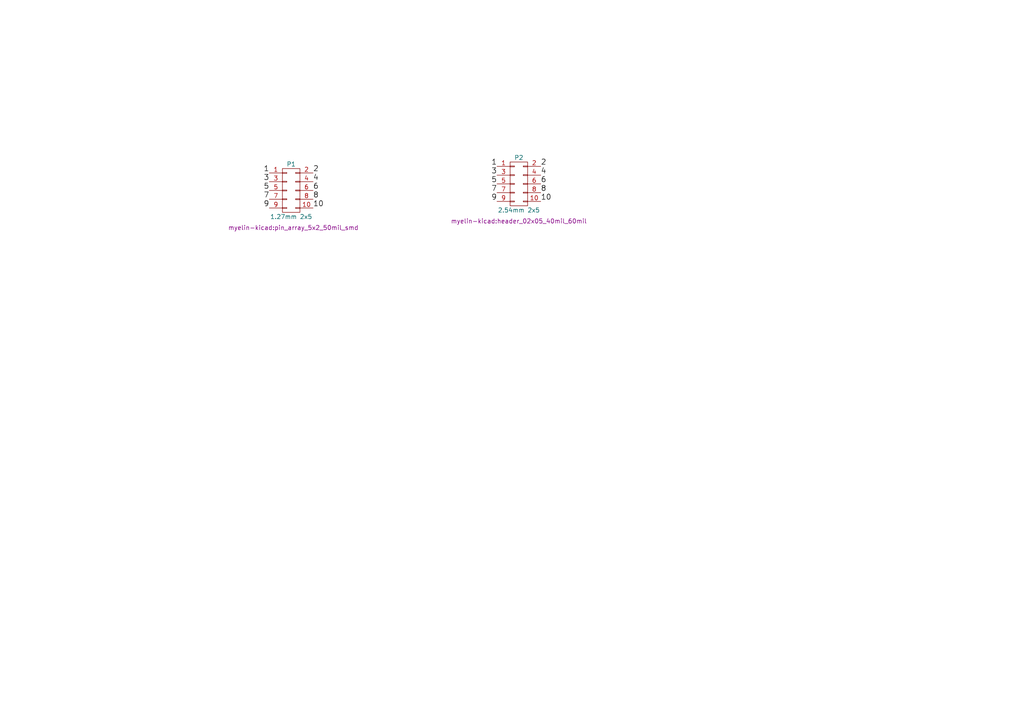
<source format=kicad_sch>
(kicad_sch (version 20230121) (generator eeschema)
  (paper "A4")
  (lib_symbols
    (symbol "50-to-100-rescue:CONN_02X05" (pin_names (offset 0.0254) hide)
      (property "Reference" "P" (at 0 7.62 0))
      (property "Value" "CONN_02X05" (at 0 -7.62 0))
      (symbol "CONN_02X05_0_1"
        (rectangle (start -2.54 -4.953) (end -1.27 -5.207))
        (rectangle (start -2.54 -2.413) (end -1.27 -2.667))
        (rectangle (start -2.54 0.127) (end -1.27 -0.127))
        (rectangle (start -2.54 2.667) (end -1.27 2.413))
        (rectangle (start -2.54 5.207) (end -1.27 4.953))
        (rectangle (start -2.54 6.35) (end 2.54 -6.35))
        (rectangle (start 1.27 -4.953) (end 2.54 -5.207))
        (rectangle (start 1.27 -2.413) (end 2.54 -2.667))
        (rectangle (start 1.27 0.127) (end 2.54 -0.127))
        (rectangle (start 1.27 2.667) (end 2.54 2.413))
        (rectangle (start 1.27 5.207) (end 2.54 4.953))
      )
      (symbol "CONN_02X05_1_1"
        (pin passive line (at -6.35 5.08 0) (length 3.81) (name "P1") (number "1"))
        (pin passive line (at 6.35 -5.08 180) (length 3.81) (name "P10") (number "10"))
        (pin passive line (at 6.35 5.08 180) (length 3.81) (name "P2") (number "2"))
        (pin passive line (at -6.35 2.54 0) (length 3.81) (name "P3") (number "3"))
        (pin passive line (at 6.35 2.54 180) (length 3.81) (name "P4") (number "4"))
        (pin passive line (at -6.35 0 0) (length 3.81) (name "P5") (number "5"))
        (pin passive line (at 6.35 0 180) (length 3.81) (name "P6") (number "6"))
        (pin passive line (at -6.35 -2.54 0) (length 3.81) (name "P7") (number "7"))
        (pin passive line (at 6.35 -2.54 180) (length 3.81) (name "P8") (number "8"))
        (pin passive line (at -6.35 -5.08 0) (length 3.81) (name "P9") (number "9"))
      )
    )
  )
  (label "2" (at 156.845 48.26 0) (effects (font (size 1.524 1.524))))
  (label "6" (at 156.845 53.34 0) (effects (font (size 1.524 1.524))))
  (label "10" (at 90.805 60.325 0) (effects (font (size 1.524 1.524))))
  (label "3" (at 78.105 52.705 180) (effects (font (size 1.524 1.524))))
  (label "2" (at 90.805 50.165 0) (effects (font (size 1.524 1.524))))
  (label "9" (at 144.145 58.42 180) (effects (font (size 1.524 1.524))))
  (label "8" (at 90.805 57.785 0) (effects (font (size 1.524 1.524))))
  (label "4" (at 156.845 50.8 0) (effects (font (size 1.524 1.524))))
  (label "7" (at 78.105 57.785 180) (effects (font (size 1.524 1.524))))
  (label "4" (at 90.805 52.705 0) (effects (font (size 1.524 1.524))))
  (label "5" (at 78.105 55.245 180) (effects (font (size 1.524 1.524))))
  (label "8" (at 156.845 55.88 0) (effects (font (size 1.524 1.524))))
  (label "10" (at 156.845 58.42 0) (effects (font (size 1.524 1.524))))
  (label "6" (at 90.805 55.245 0) (effects (font (size 1.524 1.524))))
  (label "7" (at 144.145 55.88 180) (effects (font (size 1.524 1.524))))
  (label "1" (at 78.105 50.165 180) (effects (font (size 1.524 1.524))))
  (label "9" (at 78.105 60.325 180) (effects (font (size 1.524 1.524))))
  (label "3" (at 144.145 50.8 180) (effects (font (size 1.524 1.524))))
  (label "5" (at 144.145 53.34 180) (effects (font (size 1.524 1.524))))
  (label "1" (at 144.145 48.26 180) (effects (font (size 1.524 1.524))))
  (symbol (lib_id "50-to-100-rescue:CONN_02X05") (at 84.455 55.245 0) (unit 1)
    (property "Reference" "P1" (at 84.455 47.625 0))
    (property "Value" "1.27mm 2x5" (at 84.455 62.865 0))
    (property "Footprint" "myelin-kicad:pin_array_5x2_50mil_smd" (at 85.09 66.04 0))
  )
  (symbol (lib_id "50-to-100-rescue:CONN_02X05") (at 150.495 53.34 0) (unit 1)
    (property "Reference" "P2" (at 150.495 45.72 0))
    (property "Value" "2.54mm 2x5" (at 150.495 60.96 0))
    (property "Footprint" "myelin-kicad:header_02x05_40mil_60mil" (at 150.495 64.135 0))
  )
)
</source>
